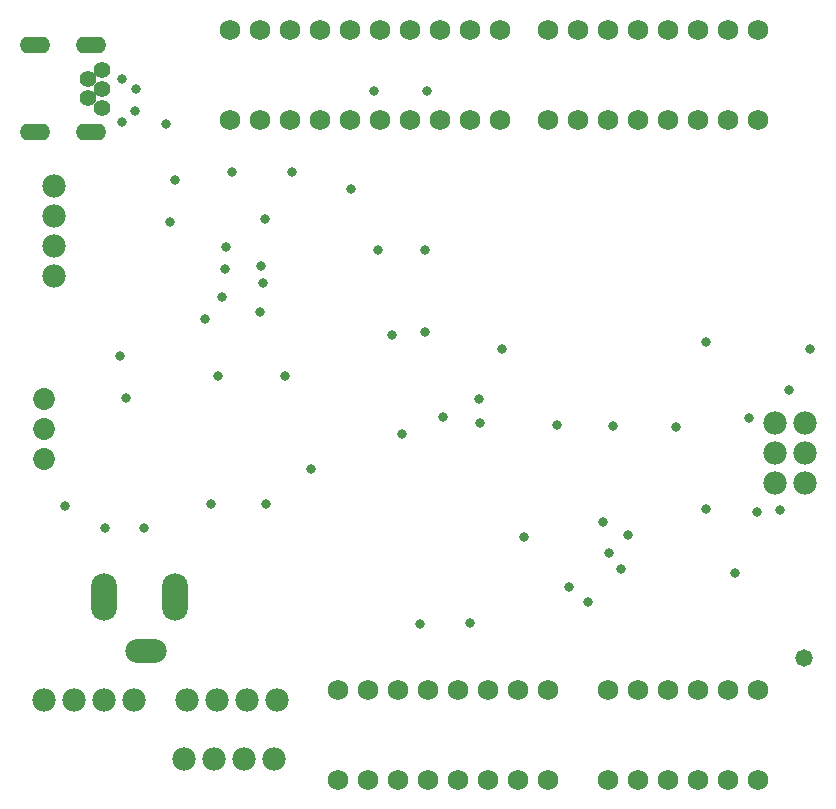
<source format=gbs>
G04*
G04 #@! TF.GenerationSoftware,Altium Limited,Altium Designer,22.1.2 (22)*
G04*
G04 Layer_Color=16711935*
%FSLAX25Y25*%
%MOIN*%
G70*
G04*
G04 #@! TF.SameCoordinates,AD3CF4ED-2F77-40B5-8B07-5FF5FC0119D8*
G04*
G04*
G04 #@! TF.FilePolarity,Negative*
G04*
G01*
G75*
%ADD49O,0.08674X0.15761*%
%ADD50O,0.13792X0.07887*%
%ADD51C,0.07800*%
%ADD52O,0.10249X0.05524*%
%ADD53C,0.05524*%
%ADD54C,0.07296*%
%ADD55C,0.06800*%
%ADD56C,0.03300*%
%ADD57C,0.05800*%
D49*
X55622Y71000D02*
D03*
X32000D02*
D03*
D50*
X45779Y52693D02*
D03*
D51*
X265500Y109000D02*
D03*
X255500D02*
D03*
X265500Y119000D02*
D03*
X255500D02*
D03*
X265500Y129000D02*
D03*
X255500D02*
D03*
X78500Y17000D02*
D03*
X88500D02*
D03*
X58500D02*
D03*
X68500D02*
D03*
X32000Y36500D02*
D03*
X42000D02*
D03*
X12000D02*
D03*
X22000D02*
D03*
X79500D02*
D03*
X89500D02*
D03*
X59500D02*
D03*
X69500D02*
D03*
X15300Y198000D02*
D03*
Y208000D02*
D03*
Y178000D02*
D03*
Y188000D02*
D03*
D52*
X9000Y225709D02*
D03*
X27701D02*
D03*
Y255000D02*
D03*
X9000D02*
D03*
D53*
X31251Y246575D02*
D03*
X26512Y243426D02*
D03*
Y237127D02*
D03*
X31251Y240276D02*
D03*
Y233977D02*
D03*
D54*
X12000Y137000D02*
D03*
Y127000D02*
D03*
Y117000D02*
D03*
D55*
X164000Y230000D02*
D03*
X154000D02*
D03*
X144000D02*
D03*
X134000D02*
D03*
X124000D02*
D03*
X114000D02*
D03*
X104000D02*
D03*
X94000D02*
D03*
X84000D02*
D03*
X74000D02*
D03*
X250000Y40000D02*
D03*
X240000D02*
D03*
X230000D02*
D03*
X220000D02*
D03*
X210000D02*
D03*
X200000D02*
D03*
X164000Y260000D02*
D03*
X154000D02*
D03*
X144000D02*
D03*
X134000D02*
D03*
X124000D02*
D03*
X114000D02*
D03*
X104000D02*
D03*
X94000D02*
D03*
X84000D02*
D03*
X74000D02*
D03*
X250000Y10000D02*
D03*
X240000D02*
D03*
X230000D02*
D03*
X220000D02*
D03*
X210000D02*
D03*
X200000D02*
D03*
X180000Y230000D02*
D03*
X190000D02*
D03*
X200000D02*
D03*
X210000D02*
D03*
X220000D02*
D03*
X230000D02*
D03*
X240000D02*
D03*
X250000D02*
D03*
X180000Y40000D02*
D03*
X170000D02*
D03*
X160000D02*
D03*
X150000D02*
D03*
X140000D02*
D03*
X130000D02*
D03*
X120000D02*
D03*
X110000D02*
D03*
X250000Y260000D02*
D03*
X240000D02*
D03*
X230000D02*
D03*
X220000D02*
D03*
X210000D02*
D03*
X200000D02*
D03*
X190000D02*
D03*
X180000D02*
D03*
Y10000D02*
D03*
X170000D02*
D03*
X160000D02*
D03*
X150000D02*
D03*
X140000D02*
D03*
X130000D02*
D03*
X120000D02*
D03*
X110000D02*
D03*
D56*
X232500Y100300D02*
D03*
X69800Y144500D02*
D03*
X74600Y212600D02*
D03*
X52500Y228500D02*
D03*
X19000Y101200D02*
D03*
X267100Y153600D02*
D03*
X201500Y128000D02*
D03*
X183000Y128100D02*
D03*
X121900Y239400D02*
D03*
X139500Y239500D02*
D03*
X94500Y212500D02*
D03*
X85568Y197000D02*
D03*
X54000Y196000D02*
D03*
X42300Y232700D02*
D03*
X37900Y229300D02*
D03*
X42420Y240276D02*
D03*
X38000Y243600D02*
D03*
X37100Y151300D02*
D03*
X55600Y210000D02*
D03*
X144800Y130800D02*
D03*
X131100Y125200D02*
D03*
X137300Y62000D02*
D03*
X72100Y180300D02*
D03*
X72600Y187400D02*
D03*
X71200Y170800D02*
D03*
X83800Y165800D02*
D03*
X84900Y175600D02*
D03*
X45300Y93800D02*
D03*
X206600Y91400D02*
D03*
X204300Y80200D02*
D03*
X260100Y140000D02*
D03*
X246900Y130600D02*
D03*
X222500Y127450D02*
D03*
X156800Y136700D02*
D03*
X157400Y128894D02*
D03*
X164500Y153500D02*
D03*
X200200Y85500D02*
D03*
X138800Y159200D02*
D03*
X127800Y158100D02*
D03*
X84300Y181100D02*
D03*
X242400Y79000D02*
D03*
X92100Y144400D02*
D03*
X100900Y113500D02*
D03*
X232600Y155800D02*
D03*
X171900Y90800D02*
D03*
X249700Y99200D02*
D03*
X257400Y99700D02*
D03*
X114200Y206700D02*
D03*
X123100Y186600D02*
D03*
X154000Y62100D02*
D03*
X85900Y102000D02*
D03*
X67700Y101800D02*
D03*
X32400Y93700D02*
D03*
X65500Y163400D02*
D03*
X193100Y69200D02*
D03*
X187000Y74100D02*
D03*
X198300Y95900D02*
D03*
X138900Y186500D02*
D03*
X39300Y137300D02*
D03*
D57*
X265100Y50500D02*
D03*
M02*

</source>
